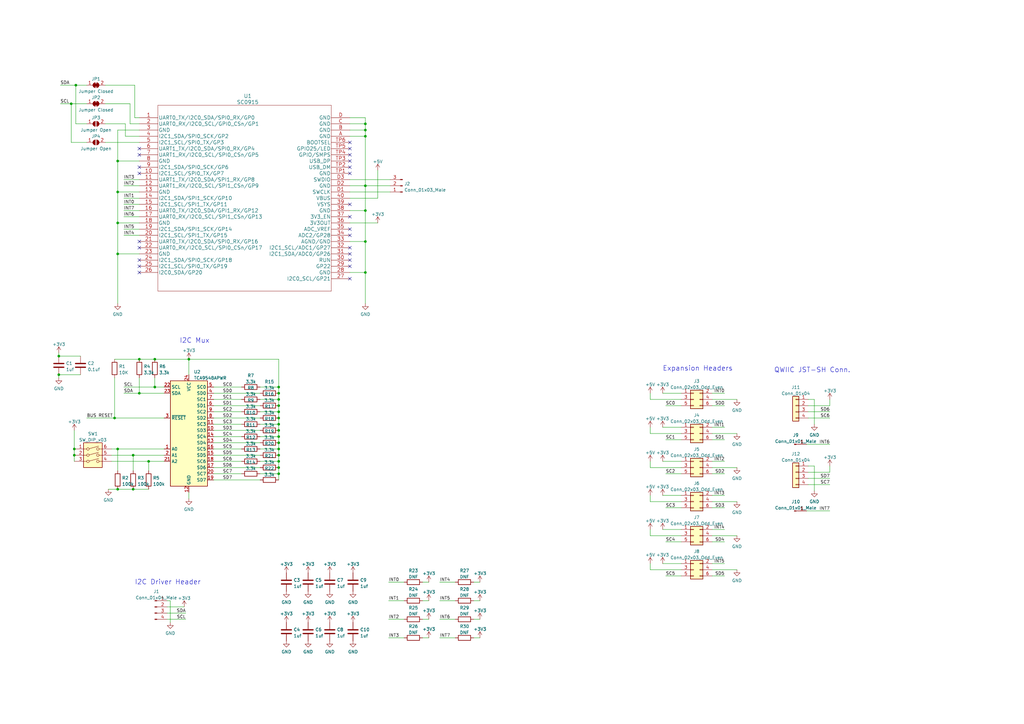
<source format=kicad_sch>
(kicad_sch (version 20211123) (generator eeschema)
  (paper "A3")
  (lib_symbols
    (symbol "Connector:Conn_01x01_Male" (pin_names (offset 1.016) hide)
      (property "Reference" "J" (at 0 2.54 0))
      (property "Value" "Conn_01x01_Male" (at 0 -2.54 0))
      (symbol "Conn_01x01_Male_1_1"
        (pin passive line (at 5.08 0 180) (length 3.81) (name "Pin_1") (number "1"))
      )
    )
    (symbol "Connector:Conn_01x03_Male" (pin_names (offset 1.016) hide)
      (property "Reference" "J" (at 0 5.08 0))
      (property "Value" "Conn_01x03_Male" (at 0 -5.08 0))
      (symbol "Conn_01x03_Male_1_1"
        (pin passive line (at 5.08 2.54 180) (length 3.81) (name "Pin_1") (number "1"))
        (pin passive line (at 5.08 0 180) (length 3.81) (name "Pin_2") (number "2"))
        (pin passive line (at 5.08 -2.54 180) (length 3.81) (name "Pin_3") (number "3"))
      )
    )
    (symbol "Connector:Conn_01x04_Male" (pin_names (offset 1.016) hide)
      (property "Reference" "J" (at 0 5.08 0))
      (property "Value" "Conn_01x04_Male" (at 0 -7.62 0))
      (symbol "Conn_01x04_Male_1_1"
        (pin passive line (at 5.08 2.54 180) (length 3.81) (name "Pin_1") (number "1"))
        (pin passive line (at 5.08 0 180) (length 3.81) (name "Pin_2") (number "2"))
        (pin passive line (at 5.08 -2.54 180) (length 3.81) (name "Pin_3") (number "3"))
        (pin passive line (at 5.08 -5.08 180) (length 3.81) (name "Pin_4") (number "4"))
      )
    )
    (symbol "Connector_Generic:Conn_01x04" (pin_names (offset 1.016) hide)
      (property "Reference" "J" (at 0 5.08 0))
      (property "Value" "Conn_01x04" (at 0 -7.62 0))
      (symbol "Conn_01x04_1_1"
        (pin passive line (at -5.08 2.54 0) (length 3.81) (name "Pin_1") (number "1"))
        (pin passive line (at -5.08 0 0) (length 3.81) (name "Pin_2") (number "2"))
        (pin passive line (at -5.08 -2.54 0) (length 3.81) (name "Pin_3") (number "3"))
        (pin passive line (at -5.08 -5.08 0) (length 3.81) (name "Pin_4") (number "4"))
      )
    )
    (symbol "Connector_Generic:Conn_02x03_Odd_Even" (pin_names (offset 1.016) hide)
      (property "Reference" "J" (at 1.27 5.08 0))
      (property "Value" "Conn_02x03_Odd_Even" (at 1.27 -5.08 0))
      (symbol "Conn_02x03_Odd_Even_1_1"
        (pin passive line (at -5.08 2.54 0) (length 3.81) (name "Pin_1") (number "1"))
        (pin passive line (at 7.62 2.54 180) (length 3.81) (name "Pin_2") (number "2"))
        (pin passive line (at -5.08 0 0) (length 3.81) (name "Pin_3") (number "3"))
        (pin passive line (at 7.62 0 180) (length 3.81) (name "Pin_4") (number "4"))
        (pin passive line (at -5.08 -2.54 0) (length 3.81) (name "Pin_5") (number "5"))
        (pin passive line (at 7.62 -2.54 180) (length 3.81) (name "Pin_6") (number "6"))
      )
    )
    (symbol "Device:C" (pin_numbers hide) (pin_names (offset 0.254))
      (property "Reference" "C" (at 0.635 2.54 0))
      (property "Value" "C" (at 0.635 -2.54 0))
      (symbol "C_1_1"
        (pin passive line (at 0 3.81 270) (length 2.794) (name "~") (number "1"))
        (pin passive line (at 0 -3.81 90) (length 2.794) (name "~") (number "2"))
      )
    )
    (symbol "Device:R" (pin_numbers hide) (pin_names (offset 0))
      (property "Reference" "R" (at 2.032 0 90))
      (property "Value" "R" (at 0 0 90))
      (symbol "R_1_1"
        (pin passive line (at 0 3.81 270) (length 1.27) (name "~") (number "1"))
        (pin passive line (at 0 -3.81 90) (length 1.27) (name "~") (number "2"))
      )
    )
    (symbol "Interface_Expansion:TCA9548APWR"
      (property "Reference" "U?" (at 2.0194 24.0198 0))
      (property "Value" "TCA9548APWR" (at 2.0194 21.4829 0))
      (symbol "TCA9548APWR_1_1"
        (pin input line (at -10.16 -7.62 0) (length 2.54) (name "A0") (number "1"))
        (pin bidirectional line (at 10.16 0 180) (length 2.54) (name "SD3") (number "10"))
        (pin output line (at 10.16 2.54 180) (length 2.54) (name "SC3") (number "11"))
        (pin power_in line (at 0 -25.4 90) (length 2.54) (name "GND") (number "12"))
        (pin bidirectional line (at 10.16 -5.08 180) (length 2.54) (name "SD4") (number "13"))
        (pin output line (at 10.16 -2.54 180) (length 2.54) (name "SC4") (number "14"))
        (pin bidirectional line (at 10.16 -10.16 180) (length 2.54) (name "SD5") (number "15"))
        (pin output line (at 10.16 -7.62 180) (length 2.54) (name "SC5") (number "16"))
        (pin bidirectional line (at 10.16 -15.24 180) (length 2.54) (name "SD6") (number "17"))
        (pin output line (at 10.16 -12.7 180) (length 2.54) (name "SC6") (number "18"))
        (pin bidirectional line (at 10.16 -20.32 180) (length 2.54) (name "SD7") (number "19"))
        (pin input line (at -10.16 -10.16 0) (length 2.54) (name "A1") (number "2"))
        (pin output line (at 10.16 -17.78 180) (length 2.54) (name "SC7") (number "20"))
        (pin input line (at -10.16 -12.7 0) (length 2.54) (name "A2") (number "21"))
        (pin input line (at -10.16 17.78 0) (length 2.54) (name "SCL") (number "22"))
        (pin bidirectional line (at -10.16 15.24 0) (length 2.54) (name "SDA") (number "23"))
        (pin power_in line (at 0 22.86 270) (length 2.54) (name "VCC") (number "24"))
        (pin input line (at -10.16 5.08 0) (length 2.54) (name "~{RESET}") (number "3"))
        (pin bidirectional line (at 10.16 15.24 180) (length 2.54) (name "SD0") (number "4"))
        (pin output line (at 10.16 17.78 180) (length 2.54) (name "SC0") (number "5"))
        (pin bidirectional line (at 10.16 10.16 180) (length 2.54) (name "SD1") (number "6"))
        (pin output line (at 10.16 12.7 180) (length 2.54) (name "SC1") (number "7"))
        (pin bidirectional line (at 10.16 5.08 180) (length 2.54) (name "SD2") (number "8"))
        (pin output line (at 10.16 7.62 180) (length 2.54) (name "SC2") (number "9"))
      )
    )
    (symbol "Jumper:SolderJumper_2_Bridged" (pin_names (offset 0) hide)
      (property "Reference" "JP" (at 0 2.032 0))
      (property "Value" "SolderJumper_2_Bridged" (at 0 -2.54 0))
      (symbol "SolderJumper_2_Bridged_1_1"
        (pin passive line (at -3.81 0 0) (length 2.54) (name "A") (number "1"))
        (pin passive line (at 3.81 0 180) (length 2.54) (name "B") (number "2"))
      )
    )
    (symbol "Jumper:SolderJumper_2_Open" (pin_names (offset 0) hide)
      (property "Reference" "JP" (at 0 2.032 0))
      (property "Value" "SolderJumper_2_Open" (at 0 -2.54 0))
      (symbol "SolderJumper_2_Open_1_1"
        (pin passive line (at -3.81 0 0) (length 2.54) (name "A") (number "1"))
        (pin passive line (at 3.81 0 180) (length 2.54) (name "B") (number "2"))
      )
    )
    (symbol "PiPico RP2040:SC0915" (pin_names (offset 0.254))
      (property "Reference" "U1" (at 44.45 8.89 0))
      (property "Value" "SC0915" (at 44.45 6.35 0))
      (symbol "SC0915_1_1"
        (pin bidirectional line (at 0 0 0) (length 7.62) (name "UART0_TX/I2C0_SDA/SPI0_RX/GP0") (number "1"))
        (pin bidirectional line (at 0 -22.86 0) (length 7.62) (name "I2C1_SCL/SPI0_TX/GP7") (number "10"))
        (pin bidirectional line (at 0 -25.4 0) (length 7.62) (name "UART1_TX/I2C0_SDA/SPI1_RX/GP8") (number "11"))
        (pin bidirectional line (at 0 -27.94 0) (length 7.62) (name "UART1_RX/I2C0_SCL/SPI1_CSn/GP9") (number "12"))
        (pin power_in line (at 0 -30.48 0) (length 7.62) (name "GND") (number "13"))
        (pin bidirectional line (at 0 -33.02 0) (length 7.62) (name "I2C1_SDA/SPI1_SCK/GP10") (number "14"))
        (pin bidirectional line (at 0 -35.56 0) (length 7.62) (name "I2C1_SCL/SPI1_TX/GP11") (number "15"))
        (pin bidirectional line (at 0 -38.1 0) (length 7.62) (name "UART0_TX/I2C0_SDA/GPI1_RX/GP12") (number "16"))
        (pin bidirectional line (at 0 -40.64 0) (length 7.62) (name "UART0_RX/I2C0_SCL/SPI1_CSn/GP13") (number "17"))
        (pin power_in line (at 0 -43.18 0) (length 7.62) (name "GND") (number "18"))
        (pin bidirectional line (at 0 -45.72 0) (length 7.62) (name "I2C1_SDA/SPI1_SCK/GP14") (number "19"))
        (pin bidirectional line (at 0 -2.54 0) (length 7.62) (name "UART0_RX/I2C0_SCL/GPI0_CSn/GP1") (number "2"))
        (pin bidirectional line (at 0 -48.26 0) (length 7.62) (name "I2C1_SCL/SPI1_TX/GP15") (number "20"))
        (pin bidirectional line (at 0 -50.8 0) (length 7.62) (name "UART0_TX/I2C0_SDA/SPI0_RX/GP16") (number "21"))
        (pin bidirectional line (at 0 -53.34 0) (length 7.62) (name "UART0_RX/I2C0_SCL/SPI0_CSn/GP17") (number "22"))
        (pin power_in line (at 0 -55.88 0) (length 7.62) (name "GND") (number "23"))
        (pin bidirectional line (at 0 -58.42 0) (length 7.62) (name "I2C1_SDA/SPI0_SCK/GP18") (number "24"))
        (pin bidirectional line (at 0 -60.96 0) (length 7.62) (name "I2C1_SCL/SPI0_TX/GP19") (number "25"))
        (pin bidirectional line (at 0 -63.5 0) (length 7.62) (name "I2C0_SDA/GP20") (number "26"))
        (pin bidirectional line (at 86.36 -66.04 180) (length 7.62) (name "I2C0_SCL/GP21") (number "27"))
        (pin power_in line (at 86.36 -63.5 180) (length 7.62) (name "GND") (number "28"))
        (pin bidirectional line (at 86.36 -60.96 180) (length 7.62) (name "GP22") (number "29"))
        (pin power_in line (at 0 -5.08 0) (length 7.62) (name "GND") (number "3"))
        (pin unspecified line (at 86.36 -58.42 180) (length 7.62) (name "RUN") (number "30"))
        (pin bidirectional line (at 86.36 -55.88 180) (length 7.62) (name "I2C1_SDA/ADC0/GP26") (number "31"))
        (pin bidirectional line (at 86.36 -53.34 180) (length 7.62) (name "I2C1_SCL/ADC1/GP27") (number "32"))
        (pin power_in line (at 86.36 -50.8 180) (length 7.62) (name "AGND/GND") (number "33"))
        (pin bidirectional line (at 86.36 -48.26 180) (length 7.62) (name "ADC2/GP28") (number "34"))
        (pin power_in line (at 86.36 -45.72 180) (length 7.62) (name "ADC_VREF") (number "35"))
        (pin power_out line (at 86.36 -43.18 180) (length 7.62) (name "3V3OUT") (number "36"))
        (pin input line (at 86.36 -40.64 180) (length 7.62) (name "3V3_EN") (number "37"))
        (pin power_in line (at 86.36 -38.1 180) (length 7.62) (name "GND") (number "38"))
        (pin power_in line (at 86.36 -35.56 180) (length 7.62) (name "VSYS") (number "39"))
        (pin bidirectional line (at 0 -7.62 0) (length 7.62) (name "I2C1_SDA/SPI0_SCK/GP2") (number "4"))
        (pin power_out line (at 86.36 -33.02 180) (length 7.62) (name "VBUS") (number "40"))
        (pin bidirectional line (at 0 -10.16 0) (length 7.62) (name "I2C1_SCL/SPI0_TX/GP3") (number "5"))
        (pin bidirectional line (at 0 -12.7 0) (length 7.62) (name "UART1_TX/I2C0_SDA/SPI0_RX/GP4") (number "6"))
        (pin bidirectional line (at 0 -15.24 0) (length 7.62) (name "UART1_RX/I2C0_SCL/SPI0_CSn/GP5") (number "7"))
        (pin power_in line (at 0 -17.78 0) (length 7.62) (name "GND") (number "8"))
        (pin bidirectional line (at 0 -20.32 0) (length 7.62) (name "I2C1_SDA/SPI0_SCK/GP6") (number "9"))
        (pin power_in line (at 86.36 -7.62 180) (length 7.62) (name "GND") (number "A"))
        (pin power_in line (at 86.36 -5.08 180) (length 7.62) (name "GND") (number "B"))
        (pin power_in line (at 86.36 -2.54 180) (length 7.62) (name "GND") (number "C"))
        (pin power_out line (at 86.36 0 180) (length 7.62) (name "GND") (number "D"))
        (pin output line (at 86.36 -30.48 180) (length 7.62) (name "SWCLK") (number "D1"))
        (pin power_in line (at 86.36 -27.94 180) (length 7.62) (name "GND") (number "D2"))
        (pin bidirectional line (at 86.36 -25.4 180) (length 7.62) (name "SWDIO") (number "D3"))
        (pin power_in line (at 86.36 -22.86 180) (length 7.62) (name "GND") (number "TP1"))
        (pin unspecified line (at 86.36 -20.32 180) (length 7.62) (name "USB_DM") (number "TP2"))
        (pin unspecified line (at 86.36 -17.78 180) (length 7.62) (name "USB_DP") (number "TP3"))
        (pin unspecified line (at 86.36 -15.24 180) (length 7.62) (name "GPIO/SMPS") (number "TP4"))
        (pin unspecified line (at 86.36 -12.7 180) (length 7.62) (name "GPIO25/LED") (number "TP5"))
        (pin unspecified line (at 86.36 -10.16 180) (length 7.62) (name "BOOTSEL") (number "TP6"))
      )
    )
    (symbol "Switch:SW_DIP_x03" (pin_names (offset 0) hide)
      (property "Reference" "SW" (at 0 8.89 0))
      (property "Value" "SW_DIP_x03" (at 0 -3.81 0))
      (symbol "SW_DIP_x03_1_1"
        (pin passive line (at -7.62 5.08 0) (length 5.08) (name "~") (number "1"))
        (pin passive line (at -7.62 2.54 0) (length 5.08) (name "~") (number "2"))
        (pin passive line (at -7.62 0 0) (length 5.08) (name "~") (number "3"))
        (pin passive line (at 7.62 0 180) (length 5.08) (name "~") (number "4"))
        (pin passive line (at 7.62 2.54 180) (length 5.08) (name "~") (number "5"))
        (pin passive line (at 7.62 5.08 180) (length 5.08) (name "~") (number "6"))
      )
    )
    (symbol "power:+3V3" (power) (pin_names (offset 0))
      (property "Value" "+3V3" (at 0 3.556 0))
      (symbol "+3V3_1_1"
        (pin power_in line (at 0 0 90) (length 0) hide (name "+3V3") (number "1"))
      )
    )
    (symbol "power:+5V" (power) (pin_names (offset 0))
      (property "Value" "+5V" (at 0 3.556 0))
      (symbol "+5V_1_1"
        (pin power_in line (at 0 0 90) (length 0) hide (name "+5V") (number "1"))
      )
    )
    (symbol "power:GND" (power) (pin_names (offset 0))
      (property "Value" "GND" (at 0 -3.81 0))
      (symbol "GND_1_1"
        (pin power_in line (at 0 0 270) (length 0) hide (name "GND") (number "1"))
      )
    )
  )
  (junction (at 57.15 147.32))
  (junction (at 48.26 78.74))
  (junction (at 149.86 99.06))
  (junction (at 149.86 53.34))
  (junction (at 77.47 147.32))
  (junction (at 114.3 184.15))
  (junction (at 149.86 55.88))
  (junction (at 149.86 86.36))
  (junction (at 48.26 91.44))
  (junction (at 30.48 184.15))
  (junction (at 114.3 181.61))
  (junction (at 114.3 173.99))
  (junction (at 114.3 158.75))
  (junction (at 46.99 171.45))
  (junction (at 149.86 50.8))
  (junction (at 114.3 166.37))
  (junction (at 24.13 146.05))
  (junction (at 24.13 153.67))
  (junction (at 114.3 176.53))
  (junction (at 63.5 147.32))
  (junction (at 60.96 189.23))
  (junction (at 114.3 168.91))
  (junction (at 48.26 184.15))
  (junction (at 149.86 111.76))
  (junction (at 114.3 171.45))
  (junction (at 31.115 34.925))
  (junction (at 149.86 76.2))
  (junction (at 114.3 191.77))
  (junction (at 114.3 189.23))
  (junction (at 114.3 163.83))
  (junction (at 54.61 200.66))
  (junction (at 54.61 186.69))
  (junction (at 29.21 42.545))
  (junction (at 57.15 161.29))
  (junction (at 48.26 200.66))
  (junction (at 114.3 161.29))
  (junction (at 114.3 179.07))
  (junction (at 114.3 194.31))
  (junction (at 48.26 66.04))
  (junction (at 114.3 186.69))
  (junction (at 48.26 104.14))
  (junction (at 63.5 158.75))
  (junction (at 30.48 186.69))
  (no_connect (at 143.51 101.6))
  (no_connect (at 143.51 104.14))
  (no_connect (at 143.51 109.22))
  (no_connect (at 143.51 114.3))
  (no_connect (at 143.51 96.52))
  (no_connect (at 57.15 63.5))
  (no_connect (at 57.15 68.58))
  (no_connect (at 57.15 71.12))
  (no_connect (at 57.15 60.96))
  (no_connect (at 57.15 106.68))
  (no_connect (at 57.15 101.6))
  (no_connect (at 57.15 99.06))
  (no_connect (at 57.15 109.22))
  (no_connect (at 57.15 111.76))
  (no_connect (at 143.51 83.82))
  (no_connect (at 143.51 71.12))
  (no_connect (at 143.51 60.96))
  (no_connect (at 143.51 58.42))
  (no_connect (at 143.51 68.58))
  (no_connect (at 143.51 66.04))
  (no_connect (at 143.51 63.5))
  (no_connect (at 143.51 93.98))
  (no_connect (at 143.51 106.68))
  (no_connect (at 143.51 88.9))
  (wire (pts (xy 106.68 189.23) (xy 114.3 189.23)))
  (wire (pts (xy 114.3 186.69) (xy 114.3 189.23)))
  (wire (pts (xy 87.63 168.91) (xy 99.06 168.91)))
  (wire (pts (xy 51.435 55.88) (xy 51.435 50.8)))
  (wire (pts (xy 106.68 173.99) (xy 114.3 173.99)))
  (wire (pts (xy 331.47 198.755) (xy 340.36 198.755)))
  (wire (pts (xy 68.58 248.92) (xy 75.565 248.92)))
  (wire (pts (xy 266.7 233.68) (xy 279.4 233.68)))
  (wire (pts (xy 87.63 179.07) (xy 99.06 179.07)))
  (wire (pts (xy 273.05 222.25) (xy 279.4 222.25)))
  (wire (pts (xy 48.26 66.04) (xy 48.26 78.74)))
  (wire (pts (xy 57.15 154.94) (xy 57.15 161.29)))
  (wire (pts (xy 87.63 189.23) (xy 99.06 189.23)))
  (wire (pts (xy 292.1 208.28) (xy 297.18 208.28)))
  (wire (pts (xy 53.34 50.8) (xy 53.34 42.545)))
  (wire (pts (xy 114.3 191.77) (xy 114.3 194.31)))
  (wire (pts (xy 114.3 161.29) (xy 114.3 163.83)))
  (wire (pts (xy 60.96 189.23) (xy 60.96 193.04)))
  (wire (pts (xy 63.5 147.32) (xy 77.47 147.32)))
  (wire (pts (xy 48.26 66.04) (xy 57.15 66.04)))
  (wire (pts (xy 271.78 203.2) (xy 279.4 203.2)))
  (wire (pts (xy 159.385 238.76) (xy 165.735 238.76)))
  (wire (pts (xy 114.3 173.99) (xy 114.3 176.53)))
  (wire (pts (xy 31.115 50.8) (xy 31.115 34.925)))
  (wire (pts (xy 50.8 158.75) (xy 63.5 158.75)))
  (wire (pts (xy 35.56 50.8) (xy 31.115 50.8)))
  (wire (pts (xy 106.68 168.91) (xy 114.3 168.91)))
  (wire (pts (xy 114.3 179.07) (xy 114.3 181.61)))
  (wire (pts (xy 55.245 48.26) (xy 55.245 34.925)))
  (wire (pts (xy 143.51 73.66) (xy 160.02 73.66)))
  (wire (pts (xy 292.1 205.74) (xy 302.26 205.74)))
  (wire (pts (xy 173.355 254) (xy 175.895 254)))
  (wire (pts (xy 143.51 53.34) (xy 149.86 53.34)))
  (wire (pts (xy 330.835 182.245) (xy 340.36 182.245)))
  (wire (pts (xy 54.61 186.69) (xy 67.31 186.69)))
  (wire (pts (xy 60.96 189.23) (xy 67.31 189.23)))
  (wire (pts (xy 292.1 233.68) (xy 302.26 233.68)))
  (wire (pts (xy 114.3 158.75) (xy 114.3 161.29)))
  (wire (pts (xy 173.355 238.76) (xy 175.895 238.76)))
  (wire (pts (xy 143.51 81.28) (xy 154.94 81.28)))
  (wire (pts (xy 149.86 50.8) (xy 149.86 53.34)))
  (wire (pts (xy 43.18 58.42) (xy 57.15 58.42)))
  (wire (pts (xy 106.68 194.31) (xy 114.3 194.31)))
  (wire (pts (xy 292.1 191.77) (xy 302.26 191.77)))
  (wire (pts (xy 68.58 254) (xy 76.2 254)))
  (wire (pts (xy 87.63 181.61) (xy 106.68 181.61)))
  (wire (pts (xy 77.47 147.32) (xy 114.3 147.32)))
  (wire (pts (xy 57.15 53.34) (xy 48.26 53.34)))
  (wire (pts (xy 24.13 153.67) (xy 33.02 153.67)))
  (wire (pts (xy 149.86 76.2) (xy 149.86 86.36)))
  (wire (pts (xy 292.1 163.83) (xy 302.26 163.83)))
  (wire (pts (xy 57.15 50.8) (xy 53.34 50.8)))
  (wire (pts (xy 35.56 171.45) (xy 46.99 171.45)))
  (wire (pts (xy 271.78 161.29) (xy 279.4 161.29)))
  (wire (pts (xy 30.48 176.53) (xy 30.48 184.15)))
  (wire (pts (xy 180.34 246.38) (xy 186.69 246.38)))
  (wire (pts (xy 46.99 171.45) (xy 46.99 154.94)))
  (wire (pts (xy 87.63 191.77) (xy 106.68 191.77)))
  (wire (pts (xy 143.51 78.74) (xy 160.02 78.74)))
  (wire (pts (xy 87.63 161.29) (xy 106.68 161.29)))
  (wire (pts (xy 44.45 200.66) (xy 48.26 200.66)))
  (wire (pts (xy 114.3 168.91) (xy 114.3 171.45)))
  (wire (pts (xy 173.355 261.62) (xy 175.895 261.62)))
  (wire (pts (xy 273.05 236.22) (xy 279.4 236.22)))
  (wire (pts (xy 87.63 163.83) (xy 99.06 163.83)))
  (wire (pts (xy 114.3 147.32) (xy 114.3 158.75)))
  (wire (pts (xy 30.48 186.69) (xy 30.48 189.23)))
  (wire (pts (xy 50.8 83.82) (xy 57.15 83.82)))
  (wire (pts (xy 149.86 99.06) (xy 149.86 111.76)))
  (wire (pts (xy 87.63 184.15) (xy 99.06 184.15)))
  (wire (pts (xy 114.3 184.15) (xy 114.3 186.69)))
  (wire (pts (xy 266.7 189.23) (xy 266.7 191.77)))
  (wire (pts (xy 87.63 196.85) (xy 106.68 196.85)))
  (wire (pts (xy 271.78 217.17) (xy 279.4 217.17)))
  (wire (pts (xy 87.63 166.37) (xy 106.68 166.37)))
  (wire (pts (xy 271.78 175.26) (xy 279.4 175.26)))
  (wire (pts (xy 87.63 194.31) (xy 99.06 194.31)))
  (wire (pts (xy 292.1 166.37) (xy 297.18 166.37)))
  (wire (pts (xy 149.86 111.76) (xy 149.86 124.46)))
  (wire (pts (xy 48.26 78.74) (xy 57.15 78.74)))
  (wire (pts (xy 194.31 261.62) (xy 196.85 261.62)))
  (wire (pts (xy 194.31 254) (xy 196.85 254)))
  (wire (pts (xy 149.86 55.88) (xy 149.86 76.2)))
  (wire (pts (xy 48.26 104.14) (xy 57.15 104.14)))
  (wire (pts (xy 51.435 50.8) (xy 43.18 50.8)))
  (wire (pts (xy 57.15 55.88) (xy 51.435 55.88)))
  (wire (pts (xy 29.21 42.545) (xy 35.56 42.545)))
  (wire (pts (xy 331.47 193.675) (xy 340.36 193.675)))
  (wire (pts (xy 77.47 201.93) (xy 77.47 204.47)))
  (wire (pts (xy 50.8 96.52) (xy 57.15 96.52)))
  (wire (pts (xy 149.86 111.76) (xy 143.51 111.76)))
  (wire (pts (xy 114.3 181.61) (xy 114.3 184.15)))
  (wire (pts (xy 180.34 238.76) (xy 186.69 238.76)))
  (wire (pts (xy 143.51 91.44) (xy 154.94 91.44)))
  (wire (pts (xy 292.1 161.29) (xy 297.18 161.29)))
  (wire (pts (xy 48.26 91.44) (xy 48.26 104.14)))
  (wire (pts (xy 331.47 168.91) (xy 340.36 168.91)))
  (wire (pts (xy 266.7 175.26) (xy 266.7 177.8)))
  (wire (pts (xy 266.7 163.83) (xy 279.4 163.83)))
  (wire (pts (xy 114.3 166.37) (xy 114.3 168.91)))
  (wire (pts (xy 87.63 171.45) (xy 106.68 171.45)))
  (wire (pts (xy 292.1 177.8) (xy 302.26 177.8)))
  (wire (pts (xy 266.7 203.2) (xy 266.7 205.74)))
  (wire (pts (xy 273.05 194.31) (xy 279.4 194.31)))
  (wire (pts (xy 292.1 231.14) (xy 297.18 231.14)))
  (wire (pts (xy 292.1 175.26) (xy 297.18 175.26)))
  (wire (pts (xy 24.765 34.925) (xy 31.115 34.925)))
  (wire (pts (xy 331.47 163.83) (xy 334.01 163.83)))
  (wire (pts (xy 173.355 246.38) (xy 175.895 246.38)))
  (wire (pts (xy 48.26 184.15) (xy 67.31 184.15)))
  (wire (pts (xy 46.99 147.32) (xy 57.15 147.32)))
  (wire (pts (xy 48.26 184.15) (xy 48.26 193.04)))
  (wire (pts (xy 114.3 163.83) (xy 114.3 166.37)))
  (wire (pts (xy 50.8 93.98) (xy 57.15 93.98)))
  (wire (pts (xy 45.72 186.69) (xy 54.61 186.69)))
  (wire (pts (xy 48.26 78.74) (xy 48.26 91.44)))
  (wire (pts (xy 143.51 50.8) (xy 149.86 50.8)))
  (wire (pts (xy 29.21 58.42) (xy 29.21 42.545)))
  (wire (pts (xy 331.47 196.215) (xy 340.36 196.215)))
  (wire (pts (xy 48.26 104.14) (xy 48.26 124.46)))
  (wire (pts (xy 194.31 246.38) (xy 196.85 246.38)))
  (wire (pts (xy 50.8 88.9) (xy 57.15 88.9)))
  (wire (pts (xy 149.86 48.26) (xy 149.86 50.8)))
  (wire (pts (xy 194.31 238.76) (xy 196.85 238.76)))
  (wire (pts (xy 24.13 146.05) (xy 33.02 146.05)))
  (wire (pts (xy 69.85 246.38) (xy 69.85 255.27)))
  (wire (pts (xy 330.835 209.55) (xy 340.36 209.55)))
  (wire (pts (xy 273.05 180.34) (xy 279.4 180.34)))
  (wire (pts (xy 114.3 171.45) (xy 114.3 173.99)))
  (wire (pts (xy 340.36 193.675) (xy 340.36 191.135)))
  (wire (pts (xy 63.5 158.75) (xy 67.31 158.75)))
  (wire (pts (xy 114.3 189.23) (xy 114.3 191.77)))
  (wire (pts (xy 87.63 176.53) (xy 106.68 176.53)))
  (wire (pts (xy 50.8 81.28) (xy 57.15 81.28)))
  (wire (pts (xy 63.5 154.94) (xy 63.5 158.75)))
  (wire (pts (xy 149.86 86.36) (xy 149.86 99.06)))
  (wire (pts (xy 106.68 158.75) (xy 114.3 158.75)))
  (wire (pts (xy 46.99 171.45) (xy 67.31 171.45)))
  (wire (pts (xy 266.7 161.29) (xy 266.7 163.83)))
  (wire (pts (xy 149.86 53.34) (xy 149.86 55.88)))
  (wire (pts (xy 35.56 58.42) (xy 29.21 58.42)))
  (wire (pts (xy 273.05 208.28) (xy 279.4 208.28)))
  (wire (pts (xy 292.1 217.17) (xy 297.18 217.17)))
  (wire (pts (xy 24.13 144.78) (xy 24.13 146.05)))
  (wire (pts (xy 45.72 189.23) (xy 60.96 189.23)))
  (wire (pts (xy 159.385 246.38) (xy 165.735 246.38)))
  (wire (pts (xy 180.34 261.62) (xy 186.69 261.62)))
  (wire (pts (xy 87.63 173.99) (xy 99.06 173.99)))
  (wire (pts (xy 31.115 34.925) (xy 35.56 34.925)))
  (wire (pts (xy 292.1 236.22) (xy 297.18 236.22)))
  (wire (pts (xy 53.34 42.545) (xy 43.18 42.545)))
  (wire (pts (xy 57.15 161.29) (xy 67.31 161.29)))
  (wire (pts (xy 331.47 191.135) (xy 334.01 191.135)))
  (wire (pts (xy 55.245 34.925) (xy 43.18 34.925)))
  (wire (pts (xy 159.385 261.62) (xy 165.735 261.62)))
  (wire (pts (xy 106.68 163.83) (xy 114.3 163.83)))
  (wire (pts (xy 331.47 171.45) (xy 340.36 171.45)))
  (wire (pts (xy 57.15 147.32) (xy 63.5 147.32)))
  (wire (pts (xy 273.05 166.37) (xy 279.4 166.37)))
  (wire (pts (xy 331.47 166.37) (xy 340.36 166.37)))
  (wire (pts (xy 143.51 55.88) (xy 149.86 55.88)))
  (wire (pts (xy 159.385 254) (xy 165.735 254)))
  (wire (pts (xy 143.51 86.36) (xy 149.86 86.36)))
  (wire (pts (xy 266.7 191.77) (xy 279.4 191.77)))
  (wire (pts (xy 149.86 76.2) (xy 160.02 76.2)))
  (wire (pts (xy 266.7 177.8) (xy 279.4 177.8)))
  (wire (pts (xy 143.51 99.06) (xy 149.86 99.06)))
  (wire (pts (xy 292.1 180.34) (xy 297.18 180.34)))
  (wire (pts (xy 48.26 200.66) (xy 54.61 200.66)))
  (wire (pts (xy 24.13 153.67) (xy 24.13 154.94)))
  (wire (pts (xy 48.26 53.34) (xy 48.26 66.04)))
  (wire (pts (xy 340.36 166.37) (xy 340.36 163.83)))
  (wire (pts (xy 45.72 184.15) (xy 48.26 184.15)))
  (wire (pts (xy 24.765 42.545) (xy 29.21 42.545)))
  (wire (pts (xy 266.7 205.74) (xy 279.4 205.74)))
  (wire (pts (xy 106.68 184.15) (xy 114.3 184.15)))
  (wire (pts (xy 271.78 189.23) (xy 279.4 189.23)))
  (wire (pts (xy 68.58 246.38) (xy 69.85 246.38)))
  (wire (pts (xy 50.8 86.36) (xy 57.15 86.36)))
  (wire (pts (xy 292.1 203.2) (xy 297.18 203.2)))
  (wire (pts (xy 48.26 91.44) (xy 57.15 91.44)))
  (wire (pts (xy 50.8 73.66) (xy 57.15 73.66)))
  (wire (pts (xy 143.51 48.26) (xy 149.86 48.26)))
  (wire (pts (xy 334.01 163.83) (xy 334.01 173.99)))
  (wire (pts (xy 77.47 147.32) (xy 77.47 153.67)))
  (wire (pts (xy 334.01 191.135) (xy 334.01 201.295)))
  (wire (pts (xy 30.48 184.15) (xy 30.48 186.69)))
  (wire (pts (xy 292.1 219.71) (xy 302.26 219.71)))
  (wire (pts (xy 106.68 179.07) (xy 114.3 179.07)))
  (wire (pts (xy 266.7 217.17) (xy 266.7 219.71)))
  (wire (pts (xy 54.61 186.69) (xy 54.61 193.04)))
  (wire (pts (xy 87.63 186.69) (xy 106.68 186.69)))
  (wire (pts (xy 292.1 222.25) (xy 297.18 222.25)))
  (wire (pts (xy 54.61 200.66) (xy 60.96 200.66)))
  (wire (pts (xy 180.34 254) (xy 186.69 254)))
  (wire (pts (xy 154.94 69.85) (xy 154.94 81.28)))
  (wire (pts (xy 114.3 176.53) (xy 114.3 179.07)))
  (wire (pts (xy 266.7 231.14) (xy 266.7 233.68)))
  (wire (pts (xy 68.58 251.46) (xy 76.2 251.46)))
  (wire (pts (xy 271.78 231.14) (xy 279.4 231.14)))
  (wire (pts (xy 57.15 48.26) (xy 55.245 48.26)))
  (wire (pts (xy 50.8 76.2) (xy 57.15 76.2)))
  (wire (pts (xy 114.3 194.31) (xy 114.3 196.85)))
  (wire (pts (xy 292.1 189.23) (xy 297.18 189.23)))
  (wire (pts (xy 50.8 161.29) (xy 57.15 161.29)))
  (wire (pts (xy 266.7 219.71) (xy 279.4 219.71)))
  (wire (pts (xy 292.1 194.31) (xy 297.18 194.31)))
  (wire (pts (xy 143.51 76.2) (xy 149.86 76.2)))
  (wire (pts (xy 87.63 158.75) (xy 99.06 158.75)))
  (text "I2C Driver Header" (at 55.245 240.03 0) (effects (font (size 2 2)) (justify left bottom)))
  (text "I2C Mux" (at 73.66 140.97 0) (effects (font (size 2 2)) (justify left bottom)))
  (text "Expansion Headers" (at 271.78 152.4 0) (effects (font (size 2 2)) (justify left bottom)))
  (text "QWIIC JST-SH Conn." (at 317.5 153.035 0) (effects (font (size 2 2)) (justify left bottom)))
  (label "INT7" (at 180.34 261.62 0))
  (label "INT6" (at 50.8 88.9 0))
  (label "SC1" (at 95.25 163.83 180))
  (label "SD0" (at 297.18 166.37 180))
  (label "SD7" (at 95.25 196.85 180))
  (label "SD5" (at 297.18 236.22 180))
  (label "SD1" (at 95.25 166.37 180))
  (label "SDA" (at 76.2 251.46 180))
  (label "BUS RESET" (at 35.56 171.45 0))
  (label "SC5" (at 273.05 236.22 0))
  (label "SC6" (at 95.25 189.23 180))
  (label "SD2" (at 95.25 171.45 180))
  (label "INT2" (at 50.8 76.2 0))
  (label "INT6" (at 180.34 254 0))
  (label "SC7" (at 95.25 194.31 180))
  (label "INT7" (at 50.8 86.36 0))
  (label "SC7" (at 340.36 198.755 180))
  (label "INT1" (at 50.8 81.28 0))
  (label "SC1" (at 273.05 180.34 0))
  (label "SD1" (at 297.18 180.34 180))
  (label "SCL" (at 76.2 254 180))
  (label "INT5" (at 297.18 231.14 180))
  (label "SD4" (at 95.25 181.61 180))
  (label "SC2" (at 273.05 194.31 0))
  (label "INT4" (at 50.8 96.52 0))
  (label "INT7" (at 340.36 209.55 180))
  (label "SD6" (at 340.36 168.91 180))
  (label "INT5" (at 180.34 246.38 0))
  (label "SCL" (at 50.8 158.75 0))
  (label "INT3" (at 50.8 73.66 0))
  (label "INT0" (at 159.385 238.76 0))
  (label "INT0" (at 297.18 161.29 180))
  (label "INT6" (at 340.36 182.245 180))
  (label "SD7" (at 340.36 196.215 180))
  (label "SD2" (at 297.18 194.31 180))
  (label "SD3" (at 95.25 176.53 180))
  (label "SD5" (at 95.25 186.69 180))
  (label "SCL" (at 24.765 42.545 0))
  (label "SC0" (at 95.25 158.75 180))
  (label "SC5" (at 95.25 184.15 180))
  (label "SC3" (at 273.05 208.28 0))
  (label "INT5" (at 50.8 93.98 0))
  (label "INT4" (at 297.18 217.17 180))
  (label "SC6" (at 340.36 171.45 180))
  (label "SDA" (at 24.765 34.925 0))
  (label "INT0" (at 50.8 83.82 0))
  (label "SC3" (at 95.25 173.99 180))
  (label "SC4" (at 273.05 222.25 0))
  (label "INT4" (at 180.34 238.76 0))
  (label "SC4" (at 95.25 179.07 180))
  (label "SD4" (at 297.18 222.25 180))
  (label "SC2" (at 95.25 168.91 180))
  (label "INT2" (at 297.18 189.23 180))
  (label "INT3" (at 297.18 203.2 180))
  (label "INT2" (at 159.385 254 0))
  (label "INT1" (at 159.385 246.38 0))
  (label "SD3" (at 297.18 208.28 180))
  (label "INT3" (at 159.385 261.62 0))
  (label "INT1" (at 297.18 175.26 180))
  (label "SC0" (at 273.05 166.37 0))
  (label "SD0" (at 95.25 161.29 180))
  (label "SDA" (at 50.8 161.29 0))
  (label "SD6" (at 95.25 191.77 180))
  (symbol (lib_id "PiPico RP2040:SC0915") (at 57.15 48.26 0) (unit 1)
    (property "Reference" "U1" (at 101.6 39.37 0) (effects (font (size 1.524 1.524))))
    (property "Value" "SC0915" (at 101.6 41.91 0) (effects (font (size 1.524 1.524))))
    (property "Footprint" "footprints:SC0915" (effects hide))
  )
  (symbol (lib_id "power:+3V3") (at 271.78 203.2 0) (unit 1)
    (property "Reference" "#PWR046" (effects hide))
    (property "Value" "+3V3" (at 271.78 199.6242 0))
  )
  (symbol (lib_id "Device:R") (at 57.15 151.13 180) (unit 1)
    (property "Reference" "R4" (at 58.928 150.2953 0) (effects (justify right)))
    (property "Value" "3.3k" (at 58.928 152.8322 0) (effects (justify right)))
    (property "Footprint" "Resistor_SMD:R_0805_2012Metric_Pad1.20x1.40mm_HandSolder" (effects hide))
  )
  (symbol (lib_id "power:+3V3") (at 340.36 191.135 0) (unit 1)
    (property "Reference" "#PWR058" (effects hide))
    (property "Value" "+3V3" (at 340.36 187.5592 0))
  )
  (symbol (lib_id "Connector_Generic:Conn_02x03_Odd_Even") (at 284.48 233.68 0) (unit 1)
    (property "Reference" "J8" (at 285.75 226.1702 0))
    (property "Value" "Conn_02x03_Odd_Even" (at 285.75 228.7071 0))
    (property "Footprint" "Connector_PinHeader_2.54mm:PinHeader_2x03_P2.54mm_Vertical" (effects hide))
  )
  (symbol (lib_id "Device:C") (at 144.78 238.76 180) (unit 1)
    (property "Reference" "C9" (at 147.701 237.9253 0) (effects (justify right)))
    (property "Value" "1uf" (at 147.701 240.4622 0) (effects (justify right)))
    (property "Footprint" "Capacitor_SMD:C_0805_2012Metric_Pad1.18x1.45mm_HandSolder" (effects hide))
  )
  (symbol (lib_id "Device:R") (at 102.87 158.75 90) (unit 1)
    (property "Reference" "R7" (at 102.87 154.0342 90))
    (property "Value" "3.3k" (at 102.87 156.5711 90))
    (property "Footprint" "Resistor_SMD:R_0805_2012Metric_Pad1.20x1.40mm_HandSolder" (effects hide))
  )
  (symbol (lib_id "Device:R") (at 48.26 196.85 180) (unit 1)
    (property "Reference" "R2" (at 50.038 196.0153 0) (effects (justify right)))
    (property "Value" "100k" (at 50.038 198.5522 0) (effects (justify right)))
    (property "Footprint" "Resistor_SMD:R_0805_2012Metric_Pad1.20x1.40mm_HandSolder" (effects hide))
  )
  (symbol (lib_id "power:GND") (at 126.365 242.57 0) (unit 1)
    (property "Reference" "#PWR015" (effects hide))
    (property "Value" "GND" (at 126.365 247.0134 0))
  )
  (symbol (lib_id "Jumper:SolderJumper_2_Open") (at 39.37 58.42 0) (unit 1)
    (property "Reference" "JP4" (at 39.37 55.88 0))
    (property "Value" "Jumper Open" (at 39.37 60.96 0))
    (property "Footprint" "Jumper:SolderJumper-2_P1.3mm_Open_Pad1.0x1.5mm" (effects hide))
  )
  (symbol (lib_id "power:GND") (at 126.365 262.89 0) (unit 1)
    (property "Reference" "#PWR017" (effects hide))
    (property "Value" "GND" (at 126.365 267.3334 0))
  )
  (symbol (lib_id "power:GND") (at 48.26 124.46 0) (unit 1)
    (property "Reference" "#PWR05" (effects hide))
    (property "Value" "GND" (at 48.26 128.9034 0))
  )
  (symbol (lib_id "power:+3V3") (at 144.78 255.27 0) (unit 1)
    (property "Reference" "#PWR024" (effects hide))
    (property "Value" "+3V3" (at 144.78 251.6942 0))
  )
  (symbol (lib_id "power:+5V") (at 266.7 161.29 0) (unit 1)
    (property "Reference" "#PWR037" (effects hide))
    (property "Value" "+5V" (at 266.7 157.7142 0))
  )
  (symbol (lib_id "power:+3V3") (at 196.85 246.38 0) (unit 1)
    (property "Reference" "#PWR034" (effects hide))
    (property "Value" "+3V3" (at 196.85 242.8042 0))
  )
  (symbol (lib_id "Device:R") (at 102.87 194.31 90) (unit 1)
    (property "Reference" "R14" (at 102.87 189.5942 90))
    (property "Value" "3.3k" (at 102.87 192.1311 90))
    (property "Footprint" "Resistor_SMD:R_0805_2012Metric_Pad1.20x1.40mm_HandSolder" (effects hide))
  )
  (symbol (lib_id "Device:R") (at 60.96 196.85 180) (unit 1)
    (property "Reference" "R5" (at 62.738 196.0153 0) (effects (justify right)))
    (property "Value" "100k" (at 62.738 198.5522 0) (effects (justify right)))
    (property "Footprint" "Resistor_SMD:R_0805_2012Metric_Pad1.20x1.40mm_HandSolder" (effects hide))
  )
  (symbol (lib_id "power:GND") (at 135.255 242.57 0) (unit 1)
    (property "Reference" "#PWR019" (effects hide))
    (property "Value" "GND" (at 135.255 247.0134 0))
  )
  (symbol (lib_id "power:GND") (at 24.13 154.94 0) (unit 1)
    (property "Reference" "#PWR02" (effects hide))
    (property "Value" "GND" (at 24.13 159.3834 0))
  )
  (symbol (lib_id "Device:C") (at 126.365 238.76 180) (unit 1)
    (property "Reference" "C5" (at 129.286 237.9253 0) (effects (justify right)))
    (property "Value" "1uf" (at 129.286 240.4622 0) (effects (justify right)))
    (property "Footprint" "Capacitor_SMD:C_0805_2012Metric_Pad1.18x1.45mm_HandSolder" (effects hide))
  )
  (symbol (lib_id "Device:R") (at 102.87 163.83 90) (unit 1)
    (property "Reference" "R8" (at 102.87 159.1142 90))
    (property "Value" "3.3k" (at 102.87 161.6511 90))
    (property "Footprint" "Resistor_SMD:R_0805_2012Metric_Pad1.20x1.40mm_HandSolder" (effects hide))
  )
  (symbol (lib_id "Device:R") (at 102.87 168.91 90) (unit 1)
    (property "Reference" "R9" (at 102.87 164.1942 90))
    (property "Value" "3.3k" (at 102.87 166.7311 90))
    (property "Footprint" "Resistor_SMD:R_0805_2012Metric_Pad1.20x1.40mm_HandSolder" (effects hide))
  )
  (symbol (lib_id "power:+3V3") (at 154.94 91.44 0) (unit 1)
    (property "Reference" "#PWR028" (effects hide))
    (property "Value" "+3V3" (at 154.94 87.8642 0))
  )
  (symbol (lib_id "Switch:SW_DIP_x03") (at 38.1 189.23 0) (unit 1)
    (property "Reference" "SW1" (at 38.1 177.9102 0))
    (property "Value" "SW_DIP_x03" (at 38.1 180.4471 0))
    (property "Footprint" "Button_Switch_THT:SW_DIP_SPSTx03_Slide_6.7x9.18mm_W7.62mm_P2.54mm_LowProfile" (effects hide))
  )
  (symbol (lib_id "power:+3V3") (at 271.78 189.23 0) (unit 1)
    (property "Reference" "#PWR045" (effects hide))
    (property "Value" "+3V3" (at 271.78 185.6542 0))
  )
  (symbol (lib_id "Connector_Generic:Conn_02x03_Odd_Even") (at 284.48 163.83 0) (unit 1)
    (property "Reference" "J3" (at 285.75 156.3202 0))
    (property "Value" "Conn_02x03_Odd_Even" (at 285.75 158.8571 0))
    (property "Footprint" "Connector_PinHeader_2.54mm:PinHeader_2x03_P2.54mm_Vertical" (effects hide))
  )
  (symbol (lib_id "power:+3V3") (at 196.85 238.76 0) (unit 1)
    (property "Reference" "#PWR033" (effects hide))
    (property "Value" "+3V3" (at 196.85 235.1842 0))
  )
  (symbol (lib_id "power:+3V3") (at 340.36 163.83 0) (unit 1)
    (property "Reference" "#PWR057" (effects hide))
    (property "Value" "+3V3" (at 340.36 160.2542 0))
  )
  (symbol (lib_id "Device:R") (at 190.5 238.76 90) (unit 1)
    (property "Reference" "R27" (at 190.5 234.0442 90))
    (property "Value" "DNF" (at 190.5 236.5811 90))
    (property "Footprint" "Resistor_SMD:R_0805_2012Metric_Pad1.20x1.40mm_HandSolder" (effects hide))
  )
  (symbol (lib_id "Device:R") (at 110.49 161.29 90) (unit 1)
    (property "Reference" "R15" (at 110.49 156.5742 90))
    (property "Value" "3.3k" (at 110.49 159.1111 90))
    (property "Footprint" "Resistor_SMD:R_0805_2012Metric_Pad1.20x1.40mm_HandSolder" (effects hide))
  )
  (symbol (lib_id "Device:C") (at 126.365 259.08 180) (unit 1)
    (property "Reference" "C6" (at 129.286 258.2453 0) (effects (justify right)))
    (property "Value" "1uf" (at 129.286 260.7822 0) (effects (justify right)))
    (property "Footprint" "Capacitor_SMD:C_0805_2012Metric_Pad1.18x1.45mm_HandSolder" (effects hide))
  )
  (symbol (lib_id "Device:R") (at 110.49 181.61 90) (unit 1)
    (property "Reference" "R19" (at 110.49 176.8942 90))
    (property "Value" "3.3k" (at 110.49 179.4311 90))
    (property "Footprint" "Resistor_SMD:R_0805_2012Metric_Pad1.20x1.40mm_HandSolder" (effects hide))
  )
  (symbol (lib_id "power:+3V3") (at 175.895 238.76 0) (unit 1)
    (property "Reference" "#PWR029" (effects hide))
    (property "Value" "+3V3" (at 175.895 235.1842 0))
  )
  (symbol (lib_id "power:GND") (at 149.86 124.46 0) (unit 1)
    (property "Reference" "#PWR026" (effects hide))
    (property "Value" "GND" (at 149.86 128.9034 0))
  )
  (symbol (lib_id "power:+3V3") (at 24.13 144.78 0) (unit 1)
    (property "Reference" "#PWR01" (effects hide))
    (property "Value" "+3V3" (at 24.13 141.2042 0))
  )
  (symbol (lib_id "Connector_Generic:Conn_01x04") (at 326.39 193.675 0) (mirror y) (unit 1)
    (property "Reference" "J12" (at 326.39 186.1652 0))
    (property "Value" "Conn_01x04" (at 326.39 188.7021 0))
    (property "Footprint" "Connector_JST:JST_SH_SM04B-SRSS-TB_1x04-1MP_P1.00mm_Horizontal" (effects hide))
  )
  (symbol (lib_id "power:GND") (at 302.26 191.77 0) (unit 1)
    (property "Reference" "#PWR051" (effects hide))
    (property "Value" "GND" (at 302.26 196.2134 0))
  )
  (symbol (lib_id "power:+3V3") (at 271.78 175.26 0) (unit 1)
    (property "Reference" "#PWR044" (effects hide))
    (property "Value" "+3V3" (at 271.78 171.6842 0))
  )
  (symbol (lib_id "Device:C") (at 144.78 259.08 180) (unit 1)
    (property "Reference" "C10" (at 147.701 258.2453 0) (effects (justify right)))
    (property "Value" "1uf" (at 147.701 260.7822 0) (effects (justify right)))
    (property "Footprint" "Capacitor_SMD:C_0805_2012Metric_Pad1.18x1.45mm_HandSolder" (effects hide))
  )
  (symbol (lib_id "power:+5V") (at 266.7 203.2 0) (unit 1)
    (property "Reference" "#PWR040" (effects hide))
    (property "Value" "+5V" (at 266.7 199.6242 0))
  )
  (symbol (lib_id "power:+5V") (at 266.7 231.14 0) (unit 1)
    (property "Reference" "#PWR042" (effects hide))
    (property "Value" "+5V" (at 266.7 227.5642 0))
  )
  (symbol (lib_id "Connector_Generic:Conn_02x03_Odd_Even") (at 284.48 205.74 0) (unit 1)
    (property "Reference" "J6" (at 285.75 198.2302 0))
    (property "Value" "Conn_02x03_Odd_Even" (at 285.75 200.7671 0))
    (property "Footprint" "Connector_PinHeader_2.54mm:PinHeader_2x03_P2.54mm_Vertical" (effects hide))
  )
  (symbol (lib_id "power:GND") (at 334.01 201.295 0) (unit 1)
    (property "Reference" "#PWR056" (effects hide))
    (property "Value" "GND" (at 334.01 205.7384 0))
  )
  (symbol (lib_id "power:+5V") (at 266.7 189.23 0) (unit 1)
    (property "Reference" "#PWR039" (effects hide))
    (property "Value" "+5V" (at 266.7 185.6542 0))
  )
  (symbol (lib_id "power:+3V3") (at 144.78 234.95 0) (unit 1)
    (property "Reference" "#PWR022" (effects hide))
    (property "Value" "+3V3" (at 144.78 231.3742 0))
  )
  (symbol (lib_id "power:GND") (at 77.47 204.47 0) (unit 1)
    (property "Reference" "#PWR09" (effects hide))
    (property "Value" "GND" (at 77.47 208.9134 0))
  )
  (symbol (lib_id "Device:R") (at 110.49 196.85 90) (unit 1)
    (property "Reference" "R22" (at 110.49 192.1342 90))
    (property "Value" "3.3k" (at 110.49 194.6711 90))
    (property "Footprint" "Resistor_SMD:R_0805_2012Metric_Pad1.20x1.40mm_HandSolder" (effects hide))
  )
  (symbol (lib_id "Device:R") (at 102.87 173.99 90) (unit 1)
    (property "Reference" "R10" (at 102.87 169.2742 90))
    (property "Value" "3.3k" (at 102.87 171.8111 90))
    (property "Footprint" "Resistor_SMD:R_0805_2012Metric_Pad1.20x1.40mm_HandSolder" (effects hide))
  )
  (symbol (lib_id "power:+3V3") (at 135.255 255.27 0) (unit 1)
    (property "Reference" "#PWR020" (effects hide))
    (property "Value" "+3V3" (at 135.255 251.6942 0))
  )
  (symbol (lib_id "Connector_Generic:Conn_02x03_Odd_Even") (at 284.48 177.8 0) (unit 1)
    (property "Reference" "J4" (at 285.75 170.2902 0))
    (property "Value" "Conn_02x03_Odd_Even" (at 285.75 172.8271 0))
    (property "Footprint" "Connector_PinHeader_2.54mm:PinHeader_2x03_P2.54mm_Vertical" (effects hide))
  )
  (symbol (lib_id "Device:R") (at 190.5 254 90) (unit 1)
    (property "Reference" "R29" (at 190.5 249.2842 90))
    (property "Value" "DNF" (at 190.5 251.8211 90))
    (property "Footprint" "Resistor_SMD:R_0805_2012Metric_Pad1.20x1.40mm_HandSolder" (effects hide))
  )
  (symbol (lib_id "power:+3V3") (at 175.895 246.38 0) (unit 1)
    (property "Reference" "#PWR030" (effects hide))
    (property "Value" "+3V3" (at 175.895 242.8042 0))
  )
  (symbol (lib_id "Device:R") (at 54.61 196.85 180) (unit 1)
    (property "Reference" "R3" (at 56.388 196.0153 0) (effects (justify right)))
    (property "Value" "100k" (at 56.388 198.5522 0) (effects (justify right)))
    (property "Footprint" "Resistor_SMD:R_0805_2012Metric_Pad1.20x1.40mm_HandSolder" (effects hide))
  )
  (symbol (lib_id "Interface_Expansion:TCA9548APWR") (at 77.47 176.53 0) (unit 1)
    (property "Reference" "U2" (at 79.4894 152.5102 0) (effects (justify left)))
    (property "Value" "TCA9548APWR" (at 79.4894 155.0471 0) (effects (justify left)))
    (property "Footprint" "Package_SO:TSSOP-24_4.4x7.8mm_P0.65mm" (effects hide))
    (property "Datasheet" "http://www.ti.com/lit/ds/symlink/tca9548a.pdf" (effects hide))
  )
  (symbol (lib_id "power:GND") (at 302.26 163.83 0) (unit 1)
    (property "Reference" "#PWR049" (effects hide))
    (property "Value" "GND" (at 302.26 168.2734 0))
  )
  (symbol (lib_id "power:+3V3") (at 271.78 217.17 0) (unit 1)
    (property "Reference" "#PWR047" (effects hide))
    (property "Value" "+3V3" (at 271.78 213.5942 0))
  )
  (symbol (lib_id "Connector:Conn_01x01_Male") (at 325.755 182.245 0) (unit 1)
    (property "Reference" "J9" (at 326.39 178.469 0))
    (property "Value" "Conn_01x01_Male" (at 326.39 181.0059 0))
    (property "Footprint" "Connector_PinHeader_2.54mm:PinHeader_1x01_P2.54mm_Vertical" (effects hide))
  )
  (symbol (lib_id "power:+3V3") (at 135.255 234.95 0) (unit 1)
    (property "Reference" "#PWR018" (effects hide))
    (property "Value" "+3V3" (at 135.255 231.3742 0))
  )
  (symbol (lib_id "power:GND") (at 144.78 242.57 0) (unit 1)
    (property "Reference" "#PWR023" (effects hide))
    (property "Value" "GND" (at 144.78 247.0134 0))
  )
  (symbol (lib_id "Jumper:SolderJumper_2_Bridged") (at 39.37 34.925 0) (unit 1)
    (property "Reference" "JP1" (at 39.37 32.385 0))
    (property "Value" "Jumper Closed" (at 39.37 37.465 0))
    (property "Footprint" "Jumper:SolderJumper-2_P1.3mm_Bridged_Pad1.0x1.5mm" (effects hide))
  )
  (symbol (lib_id "power:GND") (at 44.45 200.66 0) (unit 1)
    (property "Reference" "#PWR04" (effects hide))
    (property "Value" "GND" (at 44.45 205.1034 0))
  )
  (symbol (lib_id "Device:R") (at 110.49 171.45 90) (unit 1)
    (property "Reference" "R17" (at 110.49 166.7342 90))
    (property "Value" "3.3k" (at 110.49 169.2711 90))
    (property "Footprint" "Resistor_SMD:R_0805_2012Metric_Pad1.20x1.40mm_HandSolder" (effects hide))
  )
  (symbol (lib_id "Device:C") (at 135.255 259.08 180) (unit 1)
    (property "Reference" "C8" (at 138.176 258.2453 0) (effects (justify right)))
    (property "Value" "1uf" (at 138.176 260.7822 0) (effects (justify right)))
    (property "Footprint" "Capacitor_SMD:C_0805_2012Metric_Pad1.18x1.45mm_HandSolder" (effects hide))
  )
  (symbol (lib_id "power:+3V3") (at 175.895 254 0) (unit 1)
    (property "Reference" "#PWR031" (effects hide))
    (property "Value" "+3V3" (at 175.895 250.4242 0))
  )
  (symbol (lib_id "power:+3V3") (at 175.895 261.62 0) (unit 1)
    (property "Reference" "#PWR032" (effects hide))
    (property "Value" "+3V3" (at 175.895 258.0442 0))
  )
  (symbol (lib_id "Device:R") (at 110.49 166.37 90) (unit 1)
    (property "Reference" "R16" (at 110.49 161.6542 90))
    (property "Value" "3.3k" (at 110.49 164.1911 90))
    (property "Footprint" "Resistor_SMD:R_0805_2012Metric_Pad1.20x1.40mm_HandSolder" (effects hide))
  )
  (symbol (lib_id "Connector:Conn_01x03_Male") (at 165.1 76.2 180) (unit 1)
    (property "Reference" "J2" (at 165.8112 75.3653 0) (effects (justify right)))
    (property "Value" "Conn_01x03_Male" (at 165.8112 77.9022 0) (effects (justify right)))
    (property "Footprint" "Connector_PinHeader_2.54mm:PinHeader_1x03_P2.54mm_Vertical" (effects hide))
  )
  (symbol (lib_id "Connector:Conn_01x04_Male") (at 63.5 248.92 0) (unit 1)
    (property "Reference" "J1" (at 64.135 242.604 0))
    (property "Value" "Conn_01x04_Male" (at 64.135 245.1409 0))
    (property "Footprint" "Connector_PinHeader_2.54mm:PinHeader_1x04_P2.54mm_Vertical" (effects hide))
  )
  (symbol (lib_id "Device:R") (at 102.87 184.15 90) (unit 1)
    (property "Reference" "R12" (at 102.87 179.4342 90))
    (property "Value" "3.3k" (at 102.87 181.9711 90))
    (property "Footprint" "Resistor_SMD:R_0805_2012Metric_Pad1.20x1.40mm_HandSolder" (effects hide))
  )
  (symbol (lib_id "Device:R") (at 169.545 238.76 90) (unit 1)
    (property "Reference" "R23" (at 169.545 234.0442 90))
    (property "Value" "DNF" (at 169.545 236.5811 90))
    (property "Footprint" "Resistor_SMD:R_0805_2012Metric_Pad1.20x1.40mm_HandSolder" (effects hide))
  )
  (symbol (lib_id "power:+5V") (at 266.7 217.17 0) (unit 1)
    (property "Reference" "#PWR041" (effects hide))
    (property "Value" "+5V" (at 266.7 213.5942 0))
  )
  (symbol (lib_id "Device:R") (at 110.49 176.53 90) (unit 1)
    (property "Reference" "R18" (at 110.49 171.8142 90))
    (property "Value" "3.3k" (at 110.49 174.3511 90))
    (property "Footprint" "Resistor_SMD:R_0805_2012Metric_Pad1.20x1.40mm_HandSolder" (effects hide))
  )
  (symbol (lib_id "power:+3V3") (at 77.47 147.32 0) (unit 1)
    (property "Reference" "#PWR08" (effects hide))
    (property "Value" "+3V3" (at 77.47 143.7442 0))
  )
  (symbol (lib_id "Connector_Generic:Conn_01x04") (at 326.39 166.37 0) (mirror y) (unit 1)
    (property "Reference" "J11" (at 326.39 158.8602 0))
    (property "Value" "Conn_01x04" (at 326.39 161.3971 0))
    (property "Footprint" "Connector_JST:JST_SH_SM04B-SRSS-TB_1x04-1MP_P1.00mm_Horizontal" (effects hide))
  )
  (symbol (lib_id "power:+3V3") (at 75.565 248.92 0) (unit 1)
    (property "Reference" "#PWR07" (effects hide))
    (property "Value" "+3V3" (at 75.565 245.3442 0))
  )
  (symbol (lib_id "Device:R") (at 190.5 261.62 90) (unit 1)
    (property "Reference" "R30" (at 190.5 256.9042 90))
    (property "Value" "DNF" (at 190.5 259.4411 90))
    (property "Footprint" "Resistor_SMD:R_0805_2012Metric_Pad1.20x1.40mm_HandSolder" (effects hide))
  )
  (symbol (lib_id "Device:R") (at 169.545 254 90) (unit 1)
    (property "Reference" "R25" (at 169.545 249.2842 90))
    (property "Value" "DNF" (at 169.545 251.8211 90))
    (property "Footprint" "Resistor_SMD:R_0805_2012Metric_Pad1.20x1.40mm_HandSolder" (effects hide))
  )
  (symbol (lib_id "power:GND") (at 302.26 177.8 0) (unit 1)
    (property "Reference" "#PWR050" (effects hide))
    (property "Value" "GND" (at 302.26 182.2434 0))
  )
  (symbol (lib_id "Jumper:SolderJumper_2_Open") (at 39.37 50.8 0) (unit 1)
    (property "Reference" "JP3" (at 39.37 48.26 0))
    (property "Value" "Jumper Open" (at 39.37 53.34 0))
    (property "Footprint" "Jumper:SolderJumper-2_P1.3mm_Open_Pad1.0x1.5mm" (effects hide))
  )
  (symbol (lib_id "power:GND") (at 117.475 262.89 0) (unit 1)
    (property "Reference" "#PWR013" (effects hide))
    (property "Value" "GND" (at 117.475 267.3334 0))
  )
  (symbol (lib_id "power:+5V") (at 154.94 69.85 0) (unit 1)
    (property "Reference" "#PWR027" (effects hide))
    (property "Value" "+5V" (at 154.94 66.2742 0))
  )
  (symbol (lib_id "power:GND") (at 69.85 255.27 0) (unit 1)
    (property "Reference" "#PWR06" (effects hide))
    (property "Value" "GND" (at 69.85 259.7134 0))
  )
  (symbol (lib_id "Device:R") (at 102.87 179.07 90) (unit 1)
    (property "Reference" "R11" (at 102.87 174.3542 90))
    (property "Value" "3.3k" (at 102.87 176.8911 90))
    (property "Footprint" "Resistor_SMD:R_0805_2012Metric_Pad1.20x1.40mm_HandSolder" (effects hide))
  )
  (symbol (lib_id "power:+3V3") (at 271.78 231.14 0) (unit 1)
    (property "Reference" "#PWR048" (effects hide))
    (property "Value" "+3V3" (at 271.78 227.5642 0))
  )
  (symbol (lib_id "Device:R") (at 63.5 151.13 180) (unit 1)
    (property "Reference" "R6" (at 65.278 150.2953 0) (effects (justify right)))
    (property "Value" "3.3k" (at 65.278 152.8322 0) (effects (justify right)))
    (property "Footprint" "Resistor_SMD:R_0805_2012Metric_Pad1.20x1.40mm_HandSolder" (effects hide))
  )
  (symbol (lib_id "power:+3V3") (at 271.78 161.29 0) (unit 1)
    (property "Reference" "#PWR043" (effects hide))
    (property "Value" "+3V3" (at 271.78 157.7142 0))
  )
  (symbol (lib_id "Device:R") (at 190.5 246.38 90) (unit 1)
    (property "Reference" "R28" (at 190.5 241.6642 90))
    (property "Value" "DNF" (at 190.5 244.2011 90))
    (property "Footprint" "Resistor_SMD:R_0805_2012Metric_Pad1.20x1.40mm_HandSolder" (effects hide))
  )
  (symbol (lib_id "power:+3V3") (at 126.365 234.95 0) (unit 1)
    (property "Reference" "#PWR014" (effects hide))
    (property "Value" "+3V3" (at 126.365 231.3742 0))
  )
  (symbol (lib_id "power:+3V3") (at 196.85 254 0) (unit 1)
    (property "Reference" "#PWR035" (effects hide))
    (property "Value" "+3V3" (at 196.85 250.4242 0))
  )
  (symbol (lib_id "Device:R") (at 46.99 151.13 180) (unit 1)
    (property "Reference" "R1" (at 48.768 150.2953 0) (effects (justify right)))
    (property "Value" "10K" (at 48.768 152.8322 0) (effects (justify right)))
    (property "Footprint" "Resistor_SMD:R_0805_2012Metric_Pad1.20x1.40mm_HandSolder" (effects hide))
  )
  (symbol (lib_id "Device:R") (at 102.87 189.23 90) (unit 1)
    (property "Reference" "R13" (at 102.87 184.5142 90))
    (property "Value" "3.3k" (at 102.87 187.0511 90))
    (property "Footprint" "Resistor_SMD:R_0805_2012Metric_Pad1.20x1.40mm_HandSolder" (effects hide))
  )
  (symbol (lib_id "power:GND") (at 144.78 262.89 0) (unit 1)
    (property "Reference" "#PWR025" (effects hide))
    (property "Value" "GND" (at 144.78 267.3334 0))
  )
  (symbol (lib_id "power:GND") (at 135.255 262.89 0) (unit 1)
    (property "Reference" "#PWR021" (effects hide))
    (property "Value" "GND" (at 135.255 267.3334 0))
  )
  (symbol (lib_id "Device:C") (at 24.13 149.86 180) (unit 1)
    (property "Reference" "C1" (at 27.051 149.0253 0) (effects (justify right)))
    (property "Value" "1uf" (at 27.051 151.5622 0) (effects (justify right)))
    (property "Footprint" "Capacitor_SMD:C_0805_2012Metric_Pad1.18x1.45mm_HandSolder" (effects hide))
  )
  (symbol (lib_id "Connector:Conn_01x01_Male") (at 325.755 209.55 0) (unit 1)
    (property "Reference" "J10" (at 326.39 205.774 0))
    (property "Value" "Conn_01x01_Male" (at 326.39 208.3109 0))
    (property "Footprint" "Connector_PinHeader_2.54mm:PinHeader_1x01_P2.54mm_Vertical" (effects hide))
  )
  (symbol (lib_id "power:GND") (at 117.475 242.57 0) (unit 1)
    (property "Reference" "#PWR011" (effects hide))
    (property "Value" "GND" (at 117.475 247.0134 0))
  )
  (symbol (lib_id "power:GND") (at 302.26 219.71 0) (unit 1)
    (property "Reference" "#PWR053" (effects hide))
    (property "Value" "GND" (at 302.26 224.1534 0))
  )
  (symbol (lib_id "Connector_Generic:Conn_02x03_Odd_Even") (at 284.48 219.71 0) (unit 1)
    (property "Reference" "J7" (at 285.75 212.2002 0))
    (property "Value" "Conn_02x03_Odd_Even" (at 285.75 214.7371 0))
    (property "Footprint" "Connector_PinHeader_2.54mm:PinHeader_2x03_P2.54mm_Vertical" (effects hide))
  )
  (symbol (lib_id "power:+3V3") (at 117.475 234.95 0) (unit 1)
    (property "Reference" "#PWR010" (effects hide))
    (property "Value" "+3V3" (at 117.475 231.3742 0))
  )
  (symbol (lib_id "Device:C") (at 117.475 238.76 180) (unit 1)
    (property "Reference" "C3" (at 120.396 237.9253 0) (effects (justify right)))
    (property "Value" "1uf" (at 120.396 240.4622 0) (effects (justify right)))
    (property "Footprint" "Capacitor_SMD:C_0805_2012Metric_Pad1.18x1.45mm_HandSolder" (effects hide))
  )
  (symbol (lib_id "Device:R") (at 110.49 191.77 90) (unit 1)
    (property "Reference" "R21" (at 110.49 187.0542 90))
    (property "Value" "3.3k" (at 110.49 189.5911 90))
    (property "Footprint" "Resistor_SMD:R_0805_2012Metric_Pad1.20x1.40mm_HandSolder" (effects hide))
  )
  (symbol (lib_id "Device:R") (at 110.49 186.69 90) (unit 1)
    (property "Reference" "R20" (at 110.49 181.9742 90))
    (property "Value" "3.3k" (at 110.49 184.5111 90))
    (property "Footprint" "Resistor_SMD:R_0805_2012Metric_Pad1.20x1.40mm_HandSolder" (effects hide))
  )
  (symbol (lib_id "power:GND") (at 302.26 233.68 0) (unit 1)
    (property "Reference" "#PWR054" (effects hide))
    (property "Value" "GND" (at 302.26 238.1234 0))
  )
  (symbol (lib_id "power:+3V3") (at 117.475 255.27 0) (unit 1)
    (property "Reference" "#PWR012" (effects hide))
    (property "Value" "+3V3" (at 117.475 251.6942 0))
  )
  (symbol (lib_id "power:+3V3") (at 126.365 255.27 0) (unit 1)
    (property "Reference" "#PWR016" (effects hide))
    (property "Value" "+3V3" (at 126.365 251.6942 0))
  )
  (symbol (lib_id "power:+3V3") (at 30.48 176.53 0) (unit 1)
    (property "Reference" "#PWR03" (effects hide))
    (property "Value" "+3V3" (at 30.48 172.9542 0))
  )
  (symbol (lib_id "Device:R") (at 169.545 246.38 90) (unit 1)
    (property "Reference" "R24" (at 169.545 241.6642 90))
    (property "Value" "DNF" (at 169.545 244.2011 90))
    (property "Footprint" "Resistor_SMD:R_0805_2012Metric_Pad1.20x1.40mm_HandSolder" (effects hide))
  )
  (symbol (lib_id "power:+3V3") (at 196.85 261.62 0) (unit 1)
    (property "Reference" "#PWR036" (effects hide))
    (property "Value" "+3V3" (at 196.85 258.0442 0))
  )
  (symbol (lib_id "power:GND") (at 302.26 205.74 0) (unit 1)
    (property "Reference" "#PWR052" (effects hide))
    (property "Value" "GND" (at 302.26 210.1834 0))
  )
  (symbol (lib_id "Jumper:SolderJumper_2_Bridged") (at 39.37 42.545 0) (unit 1)
    (property "Reference" "JP2" (at 39.37 40.005 0))
    (property "Value" "Jumper Closed" (at 39.37 45.085 0))
    (property "Footprint" "Jumper:SolderJumper-2_P1.3mm_Bridged_Pad1.0x1.5mm" (effects hide))
  )
  (symbol (lib_id "power:+5V") (at 266.7 175.26 0) (unit 1)
    (property "Reference" "#PWR038" (effects hide))
    (property "Value" "+5V" (at 266.7 171.6842 0))
  )
  (symbol (lib_id "Connector_Generic:Conn_02x03_Odd_Even") (at 284.48 191.77 0) (unit 1)
    (property "Reference" "J5" (at 285.75 184.2602 0))
    (property "Value" "Conn_02x03_Odd_Even" (at 285.75 186.7971 0))
    (property "Footprint" "Connector_PinHeader_2.54mm:PinHeader_2x03_P2.54mm_Vertical" (effects hide))
  )
  (symbol (lib_id "Device:C") (at 33.02 149.86 180) (unit 1)
    (property "Reference" "C2" (at 35.941 149.0253 0) (effects (justify right)))
    (property "Value" "0.1uf" (at 35.941 151.5622 0) (effects (justify right)))
    (property "Footprint" "Capacitor_SMD:C_0805_2012Metric_Pad1.18x1.45mm_HandSolder" (effects hide))
  )
  (symbol (lib_id "Device:C") (at 117.475 259.08 180) (unit 1)
    (property "Reference" "C4" (at 120.396 258.2453 0) (effects (justify right)))
    (property "Value" "1uf" (at 120.396 260.7822 0) (effects (justify right)))
    (property "Footprint" "Capacitor_SMD:C_0805_2012Metric_Pad1.18x1.45mm_HandSolder" (effects hide))
  )
  (symbol (lib_id "Device:R") (at 169.545 261.62 90) (unit 1)
    (property "Reference" "R26" (at 169.545 256.9042 90))
    (property "Value" "DNF" (at 169.545 259.4411 90))
    (property "Footprint" "Resistor_SMD:R_0805_2012Metric_Pad1.20x1.40mm_HandSolder" (effects hide))
  )
  (symbol (lib_id "Device:C") (at 135.255 238.76 180) (unit 1)
    (property "Reference" "C7" (at 138.176 237.9253 0) (effects (justify right)))
    (property "Value" "1uf" (at 138.176 240.4622 0) (effects (justify right)))
    (property "Footprint" "Capacitor_SMD:C_0805_2012Metric_Pad1.18x1.45mm_HandSolder" (effects hide))
  )
  (symbol (lib_id "power:GND") (at 334.01 173.99 0) (unit 1)
    (property "Reference" "#PWR055" (effects hide))
    (property "Value" "GND" (at 334.01 178.4334 0))
  )
)
</source>
